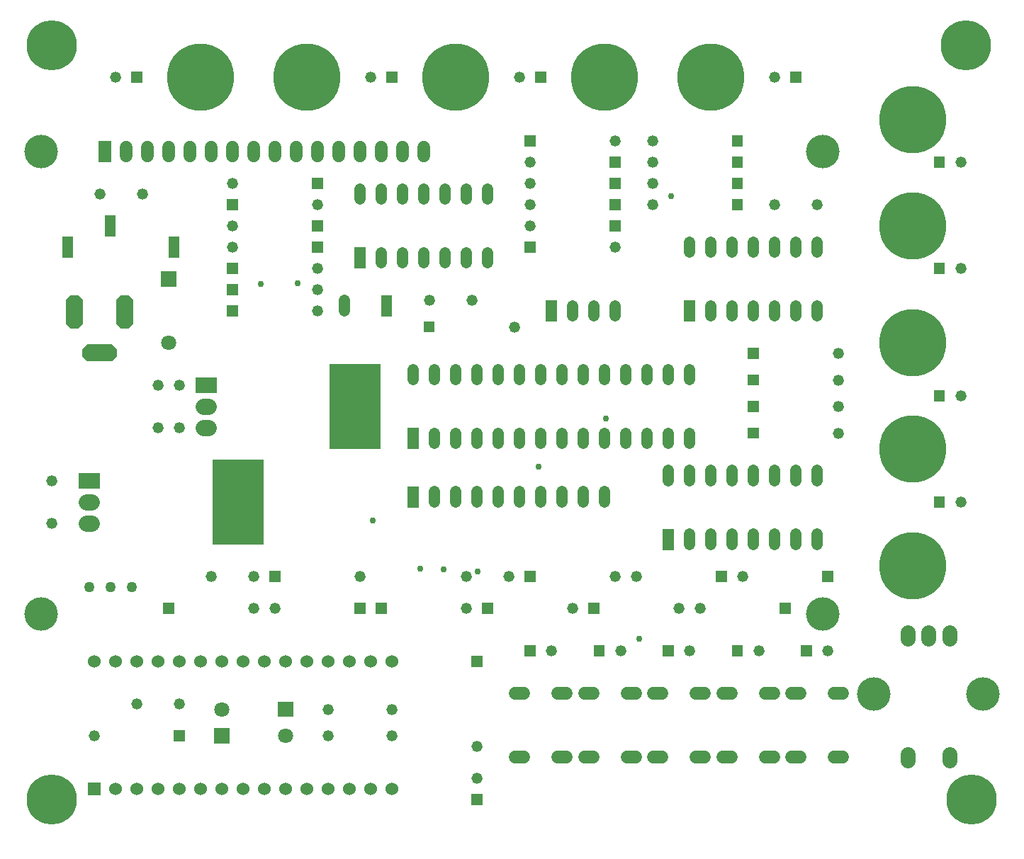
<source format=gbs>
%FSLAX24Y24*%
%MOIN*%
%ADD10C,0.0300*%
%ADD11C,0.0500*%
%ADD12C,0.0520*%
%ADD13C,0.0591*%
%ADD14C,0.0600*%
%ADD15C,0.0700*%
%ADD16C,0.0709*%
%ADD17C,0.0750*%
%ADD18C,0.1575*%
%ADD19C,0.2362*%
%ADD20C,0.3150*%
D10*
G01X28051Y19941D03*
X20424Y12830D03*
X22047Y12730D03*
X11838Y26275D03*
X13548Y26304D03*
X24900Y17655D03*
X29620Y9571D03*
X19322Y12863D03*
X31146Y30417D03*
X17091Y15139D03*
D11*
G01X5750Y12000D03*
X3750Y12000D03*
X4750Y12000D03*
D12*
G01X25500Y9000D03*
X26500Y11000D03*
X12500Y11000D03*
X21499Y12500D03*
X23500Y12500D03*
X24500Y31000D03*
X14500Y25000D03*
X32000Y9000D03*
X14500Y27000D03*
X2000Y15000D03*
X2000Y17000D03*
X8000Y21500D03*
X8000Y19500D03*
X21500Y11000D03*
X28500Y12500D03*
X8000Y6500D03*
X6000Y6500D03*
X24500Y32000D03*
X22000Y3000D03*
X10500Y31000D03*
X7000Y21500D03*
X6999Y19500D03*
X22000Y4500D03*
X28750Y9000D03*
X38500Y9000D03*
X4250Y30500D03*
X6250Y30500D03*
X18000Y6250D03*
X15000Y6250D03*
X24500Y30000D03*
X11500Y11000D03*
X23750Y24250D03*
X28500Y28000D03*
X4000Y5000D03*
X24500Y29000D03*
X16500Y12500D03*
X35250Y9000D03*
X14500Y26000D03*
X11499Y12500D03*
X9499Y12500D03*
X32499Y11000D03*
X29500Y12500D03*
X34500Y12500D03*
X15000Y5000D03*
X18000Y5000D03*
X31500Y11000D03*
X28500Y33000D03*
X14500Y30000D03*
X10500Y29000D03*
X10500Y28000D03*
X19750Y25500D03*
X21750Y25500D03*
X5000Y36000D03*
X16999Y36000D03*
X24000Y36000D03*
X36000Y36000D03*
X30250Y33000D03*
X30250Y32000D03*
X30250Y30000D03*
X30250Y31000D03*
X36000Y30000D03*
X37999Y30000D03*
X44750Y32000D03*
X44750Y26999D03*
X44750Y21000D03*
X44750Y16000D03*
X38999Y23000D03*
X38999Y21750D03*
X38999Y20500D03*
X38999Y19250D03*
X20000Y16010D02*
X20000Y16490D01*
X26999Y16010D02*
X26999Y16490D01*
X28000Y16010D02*
X28000Y16490D01*
X26000Y16010D02*
X26000Y16490D01*
X23999Y16010D02*
X23999Y16490D01*
X23000Y16010D02*
X23000Y16490D01*
X21000Y16010D02*
X21000Y16490D01*
X21999Y16010D02*
X21999Y16490D01*
X25000Y16010D02*
X25000Y16490D01*
X28500Y24760D02*
X28500Y25240D01*
X27500Y24760D02*
X27500Y25240D01*
X26500Y24760D02*
X26500Y25240D01*
X15749Y25490D02*
X15749Y25010D01*
X20500Y30260D02*
X20500Y30740D01*
X17500Y27260D02*
X17500Y27740D01*
X19500Y30260D02*
X19500Y30740D01*
X18500Y30260D02*
X18500Y30740D01*
X18500Y27260D02*
X18500Y27740D01*
X22500Y27260D02*
X22500Y27740D01*
X22500Y30260D02*
X22500Y30740D01*
X17500Y30260D02*
X17500Y30740D01*
X16500Y30260D02*
X16500Y30740D01*
X20500Y27260D02*
X20500Y27740D01*
X21500Y27260D02*
X21500Y27740D01*
X21500Y30260D02*
X21500Y30740D01*
X19500Y27260D02*
X19500Y27740D01*
X26000Y18760D02*
X26000Y19240D01*
X29000Y18760D02*
X29000Y19240D01*
X28000Y21760D02*
X28000Y22239D01*
X23000Y18760D02*
X23000Y19240D01*
X29000Y21760D02*
X29000Y22239D01*
X20000Y21760D02*
X20000Y22239D01*
X21999Y21760D02*
X21999Y22239D01*
X31000Y18760D02*
X31000Y19240D01*
X21000Y21760D02*
X21000Y22239D01*
X26000Y21760D02*
X26000Y22239D01*
X31000Y21760D02*
X31000Y22239D01*
X32000Y21760D02*
X32000Y22239D01*
X18999Y21760D02*
X18999Y22239D01*
X25000Y21760D02*
X25000Y22239D01*
X32000Y18760D02*
X32000Y19240D01*
X26999Y21760D02*
X26999Y22239D01*
X25000Y18760D02*
X25000Y19240D01*
X30000Y21760D02*
X30000Y22239D01*
X30000Y18760D02*
X30000Y19240D01*
X21999Y18760D02*
X21999Y19240D01*
X23999Y21760D02*
X23999Y22239D01*
X20000Y18760D02*
X20000Y19240D01*
X21000Y18760D02*
X21000Y19240D01*
X23000Y21760D02*
X23000Y22239D01*
X23999Y18760D02*
X23999Y19240D01*
X28000Y18760D02*
X28000Y19240D01*
X26999Y18760D02*
X26999Y19240D01*
X38000Y24760D02*
X38000Y25240D01*
X33000Y24760D02*
X33000Y25240D01*
X35000Y27760D02*
X35000Y28240D01*
X38000Y27760D02*
X38000Y28240D01*
X34000Y27760D02*
X34000Y28240D01*
X36000Y27760D02*
X36000Y28240D01*
X35000Y24760D02*
X35000Y25240D01*
X36000Y24760D02*
X36000Y25240D01*
X37000Y24760D02*
X37000Y25240D01*
X34000Y24760D02*
X34000Y25240D01*
X33000Y27760D02*
X33000Y28240D01*
X32000Y27760D02*
X32000Y28240D01*
X37000Y27760D02*
X37000Y28240D01*
X35000Y17010D02*
X35000Y17490D01*
X36000Y14010D02*
X36000Y14490D01*
X33000Y17010D02*
X33000Y17490D01*
X34000Y17010D02*
X34000Y17490D01*
X35000Y14010D02*
X35000Y14490D01*
X33000Y14010D02*
X33000Y14490D01*
X36000Y17010D02*
X36000Y17490D01*
X38000Y17010D02*
X38000Y17490D01*
X37000Y17010D02*
X37000Y17490D01*
X38000Y14010D02*
X38000Y14490D01*
X37000Y14010D02*
X37000Y14490D01*
X31000Y17010D02*
X31000Y17490D01*
X32000Y17010D02*
X32000Y17490D01*
X34000Y14010D02*
X34000Y14490D01*
X32000Y14010D02*
X32000Y14490D01*
D13*
G01X11499Y32295D02*
X11499Y32704D01*
X12499Y32295D02*
X12499Y32704D01*
X18500Y32295D02*
X18500Y32704D01*
X13499Y32295D02*
X13499Y32704D01*
X6499Y32295D02*
X6499Y32704D01*
X19499Y32295D02*
X19499Y32704D01*
X8499Y32295D02*
X8499Y32704D01*
X17499Y32295D02*
X17499Y32704D01*
X9499Y32295D02*
X9499Y32704D01*
X7499Y32295D02*
X7499Y32704D01*
X16499Y32295D02*
X16499Y32704D01*
X10499Y32295D02*
X10499Y32704D01*
X5499Y32295D02*
X5499Y32704D01*
X14499Y32295D02*
X14499Y32704D01*
X15500Y32295D02*
X15500Y32704D01*
D14*
G01X9000Y8500D03*
X9000Y2500D03*
X8000Y8500D03*
X11000Y8500D03*
X17000Y8500D03*
X13000Y2500D03*
X5000Y2500D03*
X16000Y2500D03*
X13000Y8500D03*
X10000Y2500D03*
X14000Y8500D03*
X4000Y8500D03*
X6000Y8500D03*
X17000Y2500D03*
X18000Y8500D03*
X16000Y8500D03*
X15000Y8500D03*
X6000Y2500D03*
X14000Y2500D03*
X7000Y8500D03*
X11000Y2500D03*
X15000Y2500D03*
X18000Y2500D03*
X12000Y2500D03*
X7000Y2500D03*
X8000Y2500D03*
X10000Y8500D03*
X5000Y8500D03*
X12000Y8500D03*
X39200Y4000D02*
X38800Y4000D01*
X37199Y7000D02*
X36800Y7000D01*
X37199Y4000D02*
X36800Y4000D01*
X39200Y7000D02*
X38800Y7000D01*
X32700Y4000D02*
X32300Y4000D01*
X30700Y7000D02*
X30300Y7000D01*
X30700Y4000D02*
X30300Y4000D01*
X32700Y7000D02*
X32300Y7000D01*
X26199Y4000D02*
X25800Y4000D01*
X24200Y7000D02*
X23800Y7000D01*
X24200Y4000D02*
X23800Y4000D01*
X26199Y7000D02*
X25800Y7000D01*
X35949Y4000D02*
X35550Y4000D01*
X33949Y7000D02*
X33549Y7000D01*
X33949Y4000D02*
X33549Y4000D01*
X35949Y7000D02*
X35550Y7000D01*
X29450Y4000D02*
X29050Y4000D01*
X27450Y7000D02*
X27050Y7000D01*
X27450Y4000D02*
X27050Y4000D01*
X29450Y7000D02*
X29050Y7000D01*
D15*
G01X42250Y3850D02*
X42250Y4149D01*
X42250Y9558D02*
X42250Y9858D01*
X43234Y9558D02*
X43234Y9858D01*
X44218Y9558D02*
X44218Y9858D01*
X44218Y3850D02*
X44218Y4149D01*
D16*
G01X9999Y6250D03*
X13000Y5000D03*
X7500Y23500D03*
D17*
G01X9125Y19500D02*
X9375Y19500D01*
X9125Y20500D02*
X9375Y20500D01*
X3625Y15000D02*
X3875Y15000D01*
X3625Y16000D02*
X3875Y16000D01*
D18*
G01X1499Y32500D03*
X38250Y10749D03*
X1499Y10749D03*
X38250Y32500D03*
X45793Y6952D03*
X40675Y6952D03*
D19*
G01X45000Y37500D03*
X2000Y2000D03*
X45250Y2000D03*
X2000Y37500D03*
D20*
G01X33000Y36000D03*
X28000Y36000D03*
X13999Y36000D03*
X9000Y36000D03*
X21000Y36000D03*
X42500Y34000D03*
X42500Y29000D03*
X42500Y23500D03*
X42500Y18500D03*
X42500Y13000D03*
G36*
X24760Y9260D02*G01*
X24240Y9260D01*X24240Y8740D01*X24760Y8740D01*G37*
G36*
X22760Y11260D02*G01*
X22240Y11260D01*X22240Y10740D01*X22760Y10740D01*G37*
G36*
X2489Y27499D02*G01*
X3009Y27499D01*X3009Y28500D01*X2489Y28500D01*G37*
G36*
X7489Y27499D02*G01*
X8009Y27499D01*X8009Y28499D01*X7489Y28500D01*G37*
G36*
X4489Y28500D02*G01*
X5009Y28500D01*X5009Y29500D01*X4489Y29500D01*G37*
G36*
X12645Y5895D02*G01*
X13354Y5895D01*X13354Y6604D01*X12645Y6604D01*G37*
G36*
X16240Y10740D02*G01*
X16760Y10740D01*X16760Y11260D01*X16240Y11260D01*G37*
G36*
X28240Y30739D02*G01*
X28760Y30739D01*X28760Y31259D01*X28240Y31259D01*G37*
G36*
X10760Y25260D02*G01*
X10240Y25260D01*X10240Y24740D01*X10760Y24740D01*G37*
G36*
X31260Y9260D02*G01*
X30740Y9260D01*X30740Y8740D01*X31260Y8740D01*G37*
G36*
X10760Y27260D02*G01*
X10240Y27260D01*X10240Y26740D01*X10760Y26740D01*G37*
G36*
X17760Y11260D02*G01*
X17240Y11260D01*X17240Y10740D01*X17760Y10740D01*G37*
G36*
X24760Y12760D02*G01*
X24240Y12760D01*X24240Y12240D01*X24760Y12240D01*G37*
G36*
X28240Y31740D02*G01*
X28760Y31740D01*X28760Y32260D01*X28240Y32260D01*G37*
G36*
X4795Y32999D02*G01*
X4204Y32999D01*X4204Y32000D01*X4795Y32000D01*G37*
G36*
X21740Y2260D02*G01*
X21740Y1740D01*X22260Y1740D01*X22260Y2260D01*G37*
G36*
X14239Y30739D02*G01*
X14760Y30739D01*X14760Y31259D01*X14239Y31259D01*G37*
G36*
X22260Y8240D02*G01*
X22260Y8760D01*X21740Y8760D01*X21740Y8240D01*G37*
G36*
X28010Y9260D02*G01*
X27490Y9260D01*X27490Y8740D01*X28010Y8740D01*G37*
G36*
X10354Y5354D02*G01*
X9645Y5354D01*X9645Y4645D01*X10354Y4645D01*G37*
G36*
X37760Y9260D02*G01*
X37240Y9260D01*X37240Y8740D01*X37760Y8740D01*G37*
G36*
X28240Y29740D02*G01*
X28760Y29740D01*X28760Y30260D01*X28240Y30260D01*G37*
G36*
X17449Y18500D02*G01*
X17450Y22500D01*X15050Y22500D01*X15050Y18500D01*G37*
G36*
X9750Y21125D02*G01*
X9750Y21875D01*X8750Y21875D01*X8750Y21125D01*G37*
G36*
X7854Y26145D02*G01*
X7854Y26854D01*X7145Y26854D01*X7145Y26145D01*G37*
G36*
X7760Y11260D02*G01*
X7240Y11260D01*X7240Y10740D01*X7760Y10740D01*G37*
G36*
X20010Y24510D02*G01*
X19490Y24510D01*X19490Y23990D01*X20010Y23990D01*G37*
G36*
X24760Y28260D02*G01*
X24240Y28260D01*X24240Y27740D01*X24760Y27740D01*G37*
G36*
X7740Y4740D02*G01*
X8260Y4740D01*X8260Y5260D01*X7740Y5260D01*G37*
G36*
X28240Y28740D02*G01*
X28760Y28740D01*X28760Y29260D01*X28240Y29260D01*G37*
G36*
X12760Y12760D02*G01*
X12240Y12760D01*X12240Y12240D01*X12760Y12240D01*G37*
G36*
X34510Y9260D02*G01*
X33990Y9260D01*X33990Y8740D01*X34510Y8740D01*G37*
G36*
X10760Y26260D02*G01*
X10240Y26260D01*X10240Y25740D01*X10760Y25740D01*G37*
G36*
X36240Y10740D02*G01*
X36759Y10740D01*X36759Y11260D01*X36240Y11260D01*G37*
G36*
X33240Y12240D02*G01*
X33760Y12240D01*X33760Y12760D01*X33240Y12760D01*G37*
G36*
X38240Y12240D02*G01*
X38760Y12240D01*X38760Y12760D01*X38240Y12760D01*G37*
G36*
X27760Y11260D02*G01*
X27240Y11260D01*X27240Y10740D01*X27760Y10740D01*G37*
G36*
X19260Y16750D02*G01*
X18740Y16750D01*X18740Y15750D01*X19260Y15750D01*G37*
G36*
X11949Y13999D02*G01*
X11950Y18000D01*X9550Y18000D01*X9550Y13999D01*G37*
G36*
X4250Y16625D02*G01*
X4250Y17375D01*X3250Y17375D01*X3250Y16625D01*G37*
G36*
X5594Y25751D02*G01*
X5824Y25521D01*X5824Y24407D01*X5594Y24177D01*X5268Y24177D01*X5037Y24407D01*X5037Y25521D01*X5268Y25751D01*G37*
G36*
X4846Y23429D02*G01*
X5076Y23198D01*X5076Y22872D01*X4846Y22641D01*X3653Y22641D01*X3423Y22872D01*X3423Y23198D01*X3653Y23429D01*G37*
G36*
X3231Y25751D02*G01*
X3462Y25521D01*X3462Y24407D01*X3231Y24177D01*X2905Y24177D01*X2675Y24407D01*X2675Y25521D01*X2905Y25751D01*G37*
G36*
X25760Y25500D02*G01*
X25240Y25500D01*X25240Y24499D01*X25760Y24499D01*G37*
G36*
X17489Y24750D02*G01*
X18010Y24750D01*X18010Y25750D01*X17489Y25750D01*G37*
G36*
X16760Y28000D02*G01*
X16240Y28000D01*X16240Y27000D01*X16760Y27000D01*G37*
G36*
X24760Y33260D02*G01*
X24240Y33260D01*X24240Y32740D01*X24760Y32740D01*G37*
G36*
X10760Y30260D02*G01*
X10240Y30260D01*X10240Y29740D01*X10760Y29740D01*G37*
G36*
X14239Y28740D02*G01*
X14760Y28740D01*X14760Y29260D01*X14239Y29260D01*G37*
G36*
X14239Y27739D02*G01*
X14760Y27739D01*X14760Y28259D01*X14239Y28259D01*G37*
G36*
X4300Y2800D02*G01*
X3700Y2800D01*X3700Y2200D01*X4300Y2200D01*G37*
G36*
X19260Y19499D02*G01*
X18740Y19499D01*X18740Y18500D01*X19260Y18500D01*G37*
G36*
X32260Y25500D02*G01*
X31740Y25500D01*X31740Y24500D01*X32260Y24500D01*G37*
G36*
X5740Y35739D02*G01*
X6260Y35739D01*X6260Y36260D01*X5740Y36260D01*G37*
G36*
X17739Y35739D02*G01*
X18259Y35739D01*X18259Y36260D01*X17739Y36260D01*G37*
G36*
X24740Y35739D02*G01*
X25260Y35739D01*X25260Y36260D01*X24740Y36260D01*G37*
G36*
X36740Y35739D02*G01*
X37260Y35739D01*X37260Y36260D01*X36740Y36260D01*G37*
G36*
X33990Y32740D02*G01*
X34510Y32740D01*X34510Y33260D01*X33990Y33260D01*G37*
G36*
X33990Y31740D02*G01*
X34510Y31740D01*X34510Y32260D01*X33990Y32260D01*G37*
G36*
X33990Y29740D02*G01*
X34510Y29740D01*X34510Y30260D01*X33990Y30260D01*G37*
G36*
X33990Y30739D02*G01*
X34510Y30739D01*X34510Y31259D01*X33990Y31259D01*G37*
G36*
X44010Y32260D02*G01*
X43490Y32260D01*X43490Y31740D01*X44010Y31740D01*G37*
G36*
X44010Y27260D02*G01*
X43490Y27260D01*X43490Y26740D01*X44010Y26740D01*G37*
G36*
X44010Y21260D02*G01*
X43490Y21260D01*X43490Y20739D01*X44010Y20739D01*G37*
G36*
X44010Y16260D02*G01*
X43490Y16260D01*X43490Y15740D01*X44010Y15740D01*G37*
G36*
X35260Y23260D02*G01*
X34740Y23260D01*X34740Y22740D01*X35260Y22740D01*G37*
G36*
X35260Y22010D02*G01*
X34740Y22010D01*X34740Y21490D01*X35260Y21490D01*G37*
G36*
X35260Y20760D02*G01*
X34740Y20760D01*X34740Y20240D01*X35260Y20240D01*G37*
G36*
X35260Y19510D02*G01*
X34740Y19510D01*X34740Y18990D01*X35260Y18990D01*G37*
G36*
X31260Y14750D02*G01*
X30740Y14750D01*X30740Y13750D01*X31260Y13750D01*G37*
M02*

</source>
